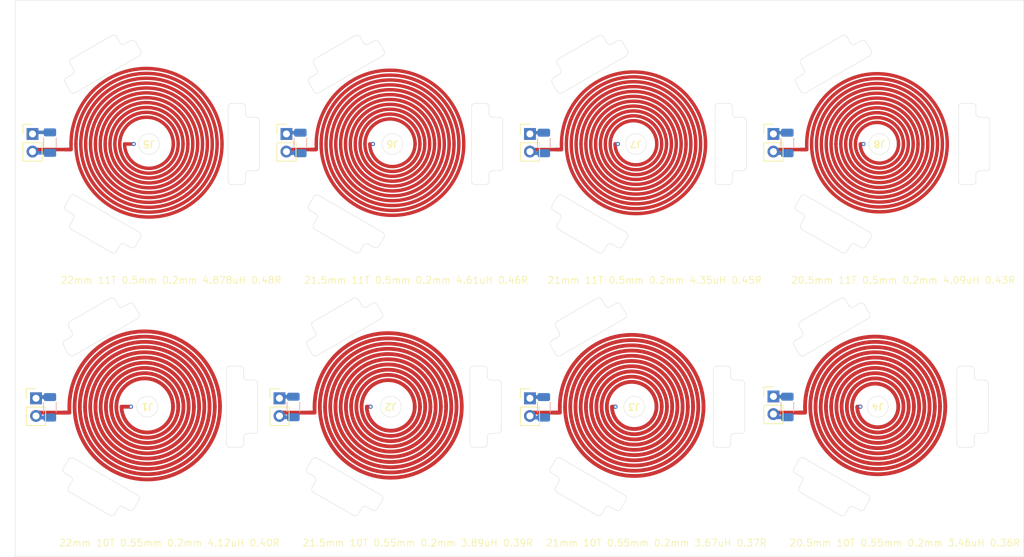
<source format=kicad_pcb>
(kicad_pcb (version 20241229) (generator "pcbnew") (generator_version "9.0")
  (layers (0 "F.Cu" signal) (4 "In1.Cu" signal) (6 "In2.Cu" signal) (2 "B.Cu" signal) (13 "F.Paste" user) (15 "B.Paste" user) (5 "F.SilkS" user "F.Silkscreen") (7 "B.SilkS" user "B.Silkscreen") (1 "F.Mask" user) (3 "B.Mask" user) (25 "Edge.Cuts" user))
  (net 0 "")
  (net 1 "Net-(J1-Pin_2)")
  (net 2 "Net-(J1-Pin_1)")
  (net 3 "Net-(J10-Pin_2)")
  (net 4 "Net-(J10-Pin_1)")
  (net 5 "Net-(J11-Pin_2)")
  (net 6 "Net-(J11-Pin_1)")
  (net 7 "Net-(J12-Pin_2)")
  (net 8 "Net-(J12-Pin_1)")
  (net 9 "Net-(J13-Pin_1)")
  (net 10 "Net-(J13-Pin_2)")
  (net 11 "Net-(J14-Pin_2)")
  (net 12 "Net-(J14-Pin_1)")
  (net 13 "Net-(J15-Pin_1)")
  (net 14 "Net-(J15-Pin_2)")
  (net 15 "Net-(J16-Pin_1)")
  (net 16 "Net-(J16-Pin_2)")
  (footprint "Connector_PinHeader_2.54mm:PinHeader_1x02_P2.54mm_Vertical" (layer "F.Cu") (at 58 129.225)
    (property "Reference" "J14" (hide yes))
    (property "Value" "Conn_01x02")
  )
  (footprint "COIL_GENERATOR" (layer "F.Cu") (at 108 168.43978 180)
    (property "Reference" "J3")
    (property "Value" "Conn_01x02_Socket")
  )
  (footprint "COIL_GENERATOR" (layer "F.Cu") (at 143 168.43978 180)
    (property "Reference" "J4")
    (property "Value" "Conn_01x02_Socket")
  )
  (footprint "Connector_PinHeader_2.54mm:PinHeader_1x02_P2.54mm_Vertical" (layer "F.Cu") (at 128 166.96)
    (property "Reference" "J12" (hide yes))
    (property "Value" "Conn_01x02")
  )
  (footprint "COIL_GENERATOR" (layer "F.Cu") (at 108.239325 130.673589 180)
    (property "Reference" "J7")
    (property "Value" "Conn_01x02_Socket")
  )
  (footprint "COIL_GENERATOR" (layer "F.Cu") (at 73.239325 130.672483 180)
    (property "Reference" "J6")
    (property "Value" "Conn_01x02_Socket")
  )
  (footprint "Connector_PinHeader_2.54mm:PinHeader_1x02_P2.54mm_Vertical" (layer "F.Cu") (at 93 129.225)
    (property "Reference" "J15" (hide yes))
    (property "Value" "Conn_01x02")
  )
  (footprint "Connector_PinHeader_2.54mm:PinHeader_1x02_P2.54mm_Vertical" (layer "F.Cu") (at 21.5 129.225)
    (property "Reference" "J13" (hide yes))
    (property "Value" "Conn_01x02")
  )
  (footprint "COIL_GENERATOR" (layer "F.Cu") (at 38 168.438674 180)
    (property "Reference" "J1")
    (property "Value" "Conn_01x02_Socket")
  )
  (footprint "COIL_GENERATOR" (layer "F.Cu") (at 143.239325 130.673589 180)
    (property "Reference" "J8")
    (property "Value" "Conn_01x02_Socket")
  )
  (footprint "Connector_PinHeader_2.54mm:PinHeader_1x02_P2.54mm_Vertical" (layer "F.Cu") (at 57 167.225)
    (property "Reference" "J10" (hide yes))
    (property "Value" "Conn_01x02")
  )
  (footprint "COIL_GENERATOR" (layer "F.Cu") (at 73 168.438674 180)
    (property "Reference" "J2")
    (property "Value" "Conn_01x02_Socket")
  )
  (footprint "COIL_GENERATOR" (layer "F.Cu") (at 38.239325 130.672483 180)
    (property "Reference" "J5")
    (property "Value" "Conn_01x02_Socket")
  )
  (footprint "Connector_PinHeader_2.54mm:PinHeader_1x02_P2.54mm_Vertical" (layer "F.Cu") (at 93 167.225)
    (property "Reference" "J11" (hide yes))
    (property "Value" "Conn_01x02")
  )
  (footprint "Connector_PinHeader_2.54mm:PinHeader_1x02_P2.54mm_Vertical" (layer "F.Cu") (at 22 167.225)
    (property "Reference" "J9" (hide yes))
    (property "Value" "Conn_01x02")
  )
  (footprint "Connector_PinHeader_2.54mm:PinHeader_1x02_P2.54mm_Vertical" (layer "F.Cu") (at 128 129.225)
    (property "Reference" "J16" (hide yes))
    (property "Value" "Conn_01x02")
  )
  (footprint "Capacitor_SMD:C_1206_3216Metric" (layer "B.Cu") (at 130 130.524999 -90)
    (property "Reference" "C8" (hide yes))
    (property "Value" "33nF 50V COG")
  )
  (footprint "Capacitor_SMD:C_1206_3216Metric" (layer "B.Cu") (at 59 168.475001 -90)
    (property "Reference" "C2" (hide yes))
    (property "Value" "33nF 50V COG")
  )
  (footprint "Capacitor_SMD:C_1206_3216Metric" (layer "B.Cu") (at 60 130.524999 -90)
    (property "Reference" "C6" (hide yes))
    (property "Value" "33nF 50V COG")
  )
  (footprint "Capacitor_SMD:C_1206_3216Metric" (layer "B.Cu") (at 24 130.475001 -90)
    (property "Reference" "C5" (hide yes))
    (property "Value" "33nF 50V COG")
  )
  (footprint "Capacitor_SMD:C_1206_3216Metric" (layer "B.Cu") (at 24 168.524999 -90)
    (property "Reference" "C1" (hide yes))
    (property "Value" "33nF 50V COG")
  )
  (footprint "Capacitor_SMD:C_1206_3216Metric" (layer "B.Cu") (at 130 168.475001 -90)
    (property "Reference" "C4" (hide yes))
    (property "Value" "33nF 50V COG")
  )
  (footprint "Capacitor_SMD:C_1206_3216Metric" (layer "B.Cu") (at 95 168.524999 -90)
    (property "Reference" "C3" (hide yes))
    (property "Value" "33nF 50V COG")
  )
  (footprint "Capacitor_SMD:C_1206_3216Metric" (layer "B.Cu") (at 95 130.524999 -90)
    (property "Reference" "C7" (hide yes))
    (property "Value" "33nF 50V COG")
  )
  (gr_line (start 105.373159 183.319563) (end 104.507272 182.819643) (stroke (width 0.05)) (layer "Edge.Cuts"))
  (gr_line (start 84.612063 136.004475) (end 84.612063 125.335983) (stroke (width 0.05)) (layer "Edge.Cuts"))
  (gr_line (start 71.802287 181.843226) (end 71.056252 183.135397) (stroke (width 0.05)) (layer "Edge.Cuts"))
  (gr_line (start 138.337232 153.035697) (end 138.833266 153.894852) (stroke (width 0.05)) (layer "Edge.Cuts"))
  (gr_line (start 26.947499 123.137122) (end 26.197595 121.838251) (stroke (width 0.05)) (layer "Edge.Cuts"))
  (gr_line (start 34.759546 116.317433) (end 35.625521 115.817463) (stroke (width 0.05)) (layer "Edge.Cuts"))
  (gr_arc (start 137.654258 152.852663) (mid 138.033636 152.802739) (end 138.337171 153.035733) (stroke (width 0.05)) (layer "Edge.Cuts"))
  (gr_arc (start 119.8727 174.278487) (mid 119.516778 174.129659) (end 119.372738 173.771772) (stroke (width 0.05)) (layer "Edge.Cuts"))
  (gr_line (start 33.576557 115.2684) (end 34.072591 116.127555) (stroke (width 0.05)) (layer "Edge.Cuts"))
  (gr_arc (start 124.112063 134.012389) (mid 123.963661 134.367861) (end 123.606558 134.512296) (stroke (width 0.05)) (layer "Edge.Cuts"))
  (gr_line (start 104.520221 154.08473) (end 105.386196 153.58476) (stroke (width 0.05)) (layer "Edge.Cuts"))
  (gr_line (start 96.380628 121.156109) (end 97.241179 120.65927) (stroke (width 0.05)) (layer "Edge.Cuts"))
  (gr_line (start 131.994049 178.481882) (end 131.128129 177.981943) (stroke (width 0.05)) (layer "Edge.Cuts"))
  (gr_line (start 121.367233 174.278487) (end 119.8727 174.278487) (stroke (width 0.05)) (layer "Edge.Cuts"))
  (gr_arc (start 61.197596 121.838251) (mid 61.147631 121.458739) (end 61.380657 121.155055) (stroke (width 0.05)) (layer "Edge.Cuts"))
  (gr_line (start 106.308604 116.001551) (end 107.058706 117.300765) (stroke (width 0.05)) (layer "Edge.Cuts"))
  (gr_arc (start 61.690288 156.872332) (mid 61.640326 156.492833) (end 61.873345 156.189161) (stroke (width 0.05)) (layer "Edge.Cuts"))
  (gr_arc (start 122.3727 164.603192) (mid 122.021647 164.459233) (end 121.872738 164.09611) (stroke (width 0.05)) (layer "Edge.Cuts"))
  (gr_line (start 97.112657 118.424053) (end 102.893583 115.086471) (stroke (width 0.05)) (layer "Edge.Cuts"))
  (gr_arc (start 87.3727 164.602086) (mid 87.021647 164.458127) (end 86.872738 164.095004) (stroke (width 0.05)) (layer "Edge.Cuts"))
  (gr_arc (start 62.099448 142.946654) (mid 61.866027 142.641272) (end 61.918268 142.260591) (stroke (width 0.05)) (layer "Edge.Cuts"))
  (gr_line (start 68.576557 115.2684) (end 69.072591 116.127555) (stroke (width 0.05)) (layer "Edge.Cuts"))
  (gr_line (start 104.759546 116.318539) (end 105.625521 115.818569) (stroke (width 0.05)) (layer "Edge.Cuts"))
  (gr_line (start 26.708174 160.903313) (end 25.95827 159.604442) (stroke (width 0.05)) (layer "Edge.Cuts"))
  (gr_arc (start 96.93437 138.233807) (mid 97.240973 138) (end 97.622785 138.053766) (stroke (width 0.05)) (layer "Edge.Cuts"))
  (gr_arc (start 87.112063 136.011283) (mid 86.963661 136.366755) (end 86.606558 136.51119) (stroke (width 0.05)) (layer "Edge.Cuts"))
  (gr_line (start 33.824088 183.001617) (end 33.324211 183.86743) (stroke (width 0.05)) (layer "Edge.Cuts"))
  (gr_line (start 51.872738 163.102086) (end 51.872738 164.095004) (stroke (width 0.05)) (layer "Edge.Cuts"))
  (gr_arc (start 61.367454 140.214646) (mid 61.13451 139.91105) (end 61.184491 139.531662) (stroke (width 0.05)) (layer "Edge.Cuts"))
  (gr_line (start 102.880369 146.285396) (end 97.099448 142.94776) (stroke (width 0.05)) (layer "Edge.Cuts"))
  (gr_line (start 69.759546 116.317433) (end 70.625521 115.817463) (stroke (width 0.05)) (layer "Edge.Cuts"))
  (gr_arc (start 97.190232 157.739369) (mid 97.240973 158.115816) (end 97.001854 158.425461) (stroke (width 0.05)) (layer "Edge.Cuts"))
  (gr_arc (start 122.112063 135.012389) (mid 122.258528 134.658792) (end 122.612125 134.512328) (stroke (width 0.05)) (layer "Edge.Cuts"))
  (gr_line (start 131.184434 139.532735) (end 131.93437 138.233807) (stroke (width 0.05)) (layer "Edge.Cuts"))
  (gr_arc (start 51.612025 124.835895) (mid 51.965574 124.982342) (end 52.112011 125.335895) (stroke (width 0.05)) (layer "Edge.Cuts"))
  (gr_arc (start 68.563536 146.101239) (mid 68.259863 146.334255) (end 67.880367 146.284293) (stroke (width 0.05)) (layer "Edge.Cuts"))
  (gr_line (start 32.880369 146.28429) (end 27.099448 142.946654) (stroke (width 0.05)) (layer "Edge.Cuts"))
  (gr_line (start 62.429557 119.972072) (end 61.929612 119.106141) (stroke (width 0.05)) (layer "Edge.Cuts"))
  (gr_arc (start 137.893583 115.086472) (mid 138.272961 115.036548) (end 138.576496 115.269542) (stroke (width 0.05)) (layer "Edge.Cuts"))
  (gr_line (start 25.945109 177.29782) (end 26.695045 175.998892) (stroke (width 0.05)) (layer "Edge.Cuts"))
  (gr_arc (start 140.386196 153.58476) (mid 140.765612 153.534809) (end 141.069218 153.767777) (stroke (width 0.05)) (layer "Edge.Cuts"))
  (gr_line (start 104.063413 145.236532) (end 103.563536 146.102345) (stroke (width 0.05)) (layer "Edge.Cuts"))
  (gr_arc (start 97.233374 140.715691) (mid 97.466383 141.019354) (end 97.416421 141.398839) (stroke (width 0.05)) (layer "Edge.Cuts"))
  (gr_arc (start 37.058705 117.299659) (mid 37.107616 117.68272) (end 36.869012 117.986284) (stroke (width 0.05)) (layer "Edge.Cuts"))
  (gr_arc (start 122.112063 136.012389) (mid 121.963661 136.367861) (end 121.606558 136.512296) (stroke (width 0.05)) (layer "Edge.Cuts"))
  (gr_line (start 124.112063 127.337001) (end 124.112063 134.012389) (stroke (width 0.05)) (layer "Edge.Cuts"))
  (gr_line (start 71.869012 117.986284) (end 62.630452 123.320169) (stroke (width 0.05)) (layer "Edge.Cuts"))
  (gr_arc (start 139.759546 116.318538) (mid 139.383911 116.369497) (end 139.072591 116.128661) (stroke (width 0.05)) (layer "Edge.Cuts"))
  (gr_arc (start 141.295577 145.370312) (mid 140.991946 145.603296) (end 140.612502 145.55334) (stroke (width 0.05)) (layer "Edge.Cuts"))
  (gr_line (start 139.759546 116.318539) (end 140.625521 115.818569) (stroke (width 0.05)) (layer "Edge.Cuts"))
  (gr_arc (start 27.391127 161.086359) (mid 27.011758 161.136277) (end 26.708241 160.903273) (stroke (width 0.05)) (layer "Edge.Cuts"))
  (gr_line (start 122.3727 164.603192) (end 123.3727 164.603192) (stroke (width 0.05)) (layer "Edge.Cuts"))
  (gr_line (start 139.063413 145.236532) (end 138.563536 146.102345) (stroke (width 0.05)) (layer "Edge.Cuts"))
  (gr_arc (start 71.862544 143.387237) (mid 72.096521 143.69464) (end 72.041612 144.077035) (stroke (width 0.05)) (layer "Edge.Cuts"))
  (gr_arc (start 131.93437 138.233807) (mid 132.240973 138) (end 132.622785 138.053766) (stroke (width 0.05)) (layer "Edge.Cuts"))
  (gr_arc (start 50.112025 136.51119) (mid 49.756103 136.362362) (end 49.612063 136.004475) (stroke (width 0.05)) (layer "Edge.Cuts"))
  (gr_line (start 138.576557 115.269506) (end 139.072591 116.128661) (stroke (width 0.05)) (layer "Edge.Cuts"))
  (gr_arc (start 84.372738 163.102174) (mid 84.522266 162.745498) (end 84.881445 162.602086) (stroke (width 0.05)) (layer "Edge.Cuts"))
  (gr_arc (start 35.625521 115.817463) (mid 36.004937 115.767512) (end 36.308543 116.00048) (stroke (width 0.05)) (layer "Edge.Cuts"))
  (gr_line (start 87.612025 126.835895) (end 88.612025 126.835895) (stroke (width 0.05)) (layer "Edge.Cuts"))
  (gr_line (start 36.069279 153.766636) (end 36.819381 155.06585) (stroke (width 0.05)) (layer "Edge.Cuts"))
  (gr_line (start 156.872738 163.103192) (end 156.872738 164.09611) (stroke (width 0.05)) (layer "Edge.Cuts"))
  (gr_line (start 36.869012 117.986284) (end 27.630452 123.320169) (stroke (width 0.05)) (layer "Edge.Cuts"))
  (gr_arc (start 106.056252 183.136503) (mid 105.752621 183.369487) (end 105.373177 183.319531) (stroke (width 0.05)) (layer "Edge.Cuts"))
  (gr_arc (start 96.690288 156.873438) (mid 96.640326 156.493939) (end 96.873345 156.190267) (stroke (width 0.05)) (layer "Edge.Cuts"))
  (gr_line (start 131.708174 160.904419) (end 130.95827 159.605548) (stroke (width 0.05)) (layer "Edge.Cuts"))
  (gr_line (start 156.872738 172.77858) (end 156.872738 173.77858) (stroke (width 0.05)) (layer "Edge.Cuts"))
  (gr_line (start 26.918268 142.260591) (end 27.416435 141.39774) (stroke (width 0.05)) (layer "Edge.Cuts"))
  (gr_arc (start 89.112063 134.011283) (mid 88.963661 134.366755) (end 88.606558 134.51119) (stroke (width 0.05)) (layer "Edge.Cuts"))
  (gr_line (start 130.945109 177.298926) (end 131.695045 175.999998) (stroke (width 0.05)) (layer "Edge.Cuts"))
  (gr_arc (start 27.233374 140.714585) (mid 27.466383 141.018248) (end 27.416421 141.397733) (stroke (width 0.05)) (layer "Edge.Cuts"))
  (gr_arc (start 61.994049 178.480776) (mid 62.227058 178.784439) (end 62.177096 179.163924) (stroke (width 0.05)) (layer "Edge.Cuts"))
  (gr_arc (start 131.690288 156.873438) (mid 131.640326 156.493939) (end 131.873345 156.190267) (stroke (width 0.05)) (layer "Edge.Cuts"))
  (gr_line (start 154.881445 162.603192) (end 156.3727 162.603192) (stroke (width 0.05)) (layer "Edge.Cuts"))
  (gr_arc (start 49.612063 125.335983) (mid 49.761591 124.979307) (end 50.12077 124.835895) (stroke (width 0.05)) (layer "Edge.Cuts"))
  (gr_arc (start 88.872738 171.777474) (mid 88.724336 172.132946) (end 88.367233 172.277381) (stroke (width 0.05)) (layer "Edge.Cuts"))
  (gr_arc (start 86.3727 162.602086) (mid 86.726249 162.748533) (end 86.872686 163.102086) (stroke (width 0.05)) (layer "Edge.Cuts"))
  (gr_line (start 154.612063 136.005581) (end 154.612063 125.337089) (stroke (width 0.05)) (layer "Edge.Cuts"))
  (gr_line (start 96.873332 156.190244) (end 102.654258 152.852662) (stroke (width 0.05)) (layer "Edge.Cuts"))
  (gr_arc (start 53.3727 164.602086) (mid 53.726249 164.748533) (end 53.872686 165.102086) (stroke (width 0.05)) (layer "Edge.Cuts"))
  (gr_line (start 158.606558 134.512296) (end 157.612125 134.512296) (stroke (width 0.05)) (layer "Edge.Cuts"))
  (gr_arc (start 96.128129 177.981943) (mid 95.895185 177.678347) (end 95.945166 177.298959) (stroke (width 0.05)) (layer "Edge.Cuts"))
  (gr_arc (start 130.958271 159.605548) (mid 130.908306 159.226036) (end 131.141332 158.922352) (stroke (width 0.05)) (layer "Edge.Cuts"))
  (gr_arc (start 106.623219 181.154534) (mid 106.857196 181.461937) (end 106.802287 181.844332) (stroke (width 0.05)) (layer "Edge.Cuts"))
  (gr_arc (start 120.112025 136.512296) (mid 119.756103 136.363468) (end 119.612063 136.005581) (stroke (width 0.05)) (layer "Edge.Cuts"))
  (gr_line (start 68.337232 153.034591) (end 68.833266 153.893746) (stroke (width 0.05)) (layer "Edge.Cuts"))
  (gr_arc (start 54.112063 134.011283) (mid 53.963661 134.366755) (end 53.606558 134.51119) (stroke (width 0.05)) (layer "Edge.Cuts"))
  (gr_arc (start 71.056252 183.135397) (mid 70.752621 183.368381) (end 70.373177 183.318425) (stroke (width 0.05)) (layer "Edge.Cuts"))
  (gr_line (start 61.141303 158.921194) (end 62.001854 158.424355) (stroke (width 0.05)) (layer "Edge.Cuts"))
  (gr_arc (start 34.520221 154.083623) (mid 34.144586 154.134582) (end 33.833266 153.893746) (stroke (width 0.05)) (layer "Edge.Cuts"))
  (gr_arc (start 87.112063 135.011283) (mid 87.258528 134.657686) (end 87.612125 134.511222) (stroke (width 0.05)) (layer "Edge.Cuts"))
  (gr_line (start 61.947499 123.137122) (end 61.197595 121.838251) (stroke (width 0.05)) (layer "Edge.Cuts"))
  (gr_line (start 26.873332 156.189138) (end 32.654258 152.851556) (stroke (width 0.05)) (layer "Edge.Cuts"))
  (gr_arc (start 51.3727 162.602086) (mid 51.726249 162.748533) (end 51.872686 163.102086) (stroke (width 0.05)) (layer "Edge.Cuts"))
  (gr_line (start 97.622785 138.053766) (end 106.862544 143.388343) (stroke (width 0.05)) (layer "Edge.Cuts"))
  (gr_line (start 62.190232 157.738263) (end 61.690287 156.872332) (stroke (width 0.05)) (layer "Edge.Cuts"))
  (gr_arc (start 141.056252 183.136503) (mid 140.752621 183.369487) (end 140.373177 183.319531) (stroke (width 0.05)) (layer "Edge.Cuts"))
  (gr_line (start 140.612484 145.553372) (end 139.746597 145.053452) (stroke (width 0.05)) (layer "Edge.Cuts"))
  (gr_arc (start 62.630452 123.320168) (mid 62.251083 123.370086) (end 61.947566 123.137082) (stroke (width 0.05)) (layer "Edge.Cuts"))
  (gr_arc (start 103.824088 183.002723) (mid 104.127761 182.769707) (end 104.507256 182.81967) (stroke (width 0.05)) (layer "Edge.Cuts"))
  (gr_arc (start 25.958271 159.604442) (mid 25.908306 159.22493) (end 26.141332 158.921246) (stroke (width 0.05)) (layer "Edge.Cuts"))
  (gr_line (start 131.141303 158.9223) (end 132.001854 158.425461) (stroke (width 0.05)) (layer "Edge.Cuts"))
  (gr_line (start 96.678943 180.027888) (end 97.17711 179.165037) (stroke (width 0.05)) (layer "Edge.Cuts"))
  (gr_line (start 122.612025 126.837001) (end 123.612025 126.837001) (stroke (width 0.05)) (layer "Edge.Cuts"))
  (gr_line (start 71.069279 153.766636) (end 71.819381 155.06585) (stroke (width 0.05)) (layer "Edge.Cuts"))
  (gr_arc (start 138.824088 183.002723) (mid 139.127761 182.769707) (end 139.507256 182.81967) (stroke (width 0.05)) (layer "Edge.Cuts"))
  (gr_line (start 131.873332 156.190244) (end 137.654258 152.852662) (stroke (width 0.05)) (layer "Edge.Cuts"))
  (gr_line (start 51.367233 174.277381) (end 49.8727 174.277381) (stroke (width 0.05)) (layer "Edge.Cuts"))
  (gr_arc (start 97.099448 142.94776) (mid 96.866027 142.642378) (end 96.918268 142.261697) (stroke (width 0.05)) (layer "Edge.Cuts"))
  (gr_line (start 27.190232 157.738263) (end 26.690287 156.872332) (stroke (width 0.05)) (layer "Edge.Cuts"))
  (gr_line (start 62.233374 140.714585) (end 61.367454 140.214646) (stroke (width 0.05)) (layer "Edge.Cuts"))
  (gr_arc (start 61.695045 175.998892) (mid 62.001648 175.765085) (end 62.38346 175.818851) (stroke (width 0.05)) (layer "Edge.Cuts"))
  (gr_line (start 54.112063 127.335895) (end 54.112063 134.011283) (stroke (width 0.05)) (layer "Edge.Cuts"))
  (gr_line (start 105.612484 145.553372) (end 104.746597 145.053452) (stroke (width 0.05)) (layer "Edge.Cuts"))
  (gr_arc (start 72.058705 117.299659) (mid 72.107616 117.68272) (end 71.869012 117.986284) (stroke (width 0.05)) (layer "Edge.Cuts"))
  (gr_circle (center 38.239325 130.672483) (end 36.739325 130.672483) (stroke (width 0.05)) (fill no) (layer "Edge.Cuts"))
  (gr_arc (start 141.81938 155.066956) (mid 141.868291 155.450017) (end 141.629687 155.753581) (stroke (width 0.05)) (layer "Edge.Cuts"))
  (gr_arc (start 61.860123 180.712845) (mid 61.626702 180.407463) (end 61.678943 180.026782) (stroke (width 0.05)) (layer "Edge.Cuts"))
  (gr_arc (start 131.994049 178.481882) (mid 132.227058 178.785545) (end 132.177096 179.16503) (stroke (width 0.05)) (layer "Edge.Cuts"))
  (gr_arc (start 49.372738 163.102174) (mid 49.522266 162.745498) (end 49.881445 162.602086) (stroke (width 0.05)) (layer "Edge.Cuts"))
  (gr_arc (start 122.612025 126.837001) (mid 122.260972 126.693042) (end 122.112063 126.329919) (stroke (width 0.05)) (layer "Edge.Cuts"))
  (gr_circle (center 108.239325 130.673589) (end 106.739325 130.673589) (stroke (width 0.05)) (fill no) (layer "Edge.Cuts"))
  (gr_arc (start 158.612025 126.837001) (mid 158.965574 126.983448) (end 159.112011 127.337001) (stroke (width 0.05)) (layer "Edge.Cuts"))
  (gr_line (start 132.112657 118.424053) (end 137.893583 115.086471) (stroke (width 0.05)) (layer "Edge.Cuts"))
  (gr_arc (start 71.295577 145.369206) (mid 70.991946 145.60219) (end 70.612502 145.552234) (stroke (width 0.05)) (layer "Edge.Cuts"))
  (gr_line (start 97.190232 157.739369) (end 96.690287 156.873438) (stroke (width 0.05)) (layer "Edge.Cuts"))
  (gr_line (start 35.612484 145.552266) (end 34.746597 145.052346) (stroke (width 0.05)) (layer "Edge.Cuts"))
  (gr_arc (start 158.3727 164.603192) (mid 158.726249 164.749639) (end 158.872686 165.103192) (stroke (width 0.05)) (layer "Edge.Cuts"))
  (gr_arc (start 51.872738 173.777474) (mid 51.724336 174.132946) (end 51.367233 174.277381) (stroke (width 0.05)) (layer "Edge.Cuts"))
  (gr_circle (center 143.239325 130.673589) (end 141.739325 130.673589) (stroke (width 0.05)) (fill no) (layer "Edge.Cuts"))
  (gr_line (start 36.308604 116.000445) (end 37.058706 117.299659) (stroke (width 0.05)) (layer "Edge.Cuts"))
  (gr_line (start 123.872738 165.103192) (end 123.872738 171.77858) (stroke (width 0.05)) (layer "Edge.Cuts"))
  (gr_line (start 50.12077 124.835895) (end 51.612025 124.835895) (stroke (width 0.05)) (layer "Edge.Cuts"))
  (gr_arc (start 121.3727 162.603192) (mid 121.726249 162.749639) (end 121.872686 163.103192) (stroke (width 0.05)) (layer "Edge.Cuts"))
  (gr_line (start 61.380628 121.155003) (end 62.241179 120.658164) (stroke (width 0.05)) (layer "Edge.Cuts"))
  (gr_arc (start 97.630452 123.321274) (mid 97.251083 123.371192) (end 96.947566 123.138188) (stroke (width 0.05)) (layer "Edge.Cuts"))
  (gr_line (start 159.112063 127.337001) (end 159.112063 134.012389) (stroke (width 0.05)) (layer "Edge.Cuts"))
  (gr_line (start 131.947499 123.138228) (end 131.197595 121.839357) (stroke (width 0.05)) (layer "Edge.Cuts"))
  (gr_line (start 53.606558 134.51119) (end 52.612125 134.51119) (stroke (width 0.05)) (layer "Edge.Cuts"))
  (gr_arc (start 68.824088 183.001617) (mid 69.127761 182.768601) (end 69.507256 182.818564) (stroke (width 0.05)) (layer "Edge.Cuts"))
  (gr_arc (start 97.391127 161.087465) (mid 97.011758 161.137383) (end 96.708241 160.904379) (stroke (width 0.05)) (layer "Edge.Cuts"))
  (gr_arc (start 131.197596 121.839357) (mid 131.147631 121.459845) (end 131.380657 121.156161) (stroke (width 0.05)) (layer "Edge.Cuts"))
  (gr_arc (start 62.190232 157.738263) (mid 62.240973 158.11471) (end 62.001854 158.424355) (stroke (width 0.05)) (layer "Edge.Cuts"))
  (gr_arc (start 26.690288 156.872332) (mid 26.640326 156.492833) (end 26.873345 156.189161) (stroke (width 0.05)) (layer "Edge.Cuts"))
  (gr_arc (start 86.872738 172.777474) (mid 87.019203 172.423877) (end 87.3728 172.277413) (stroke (width 0.05)) (layer "Edge.Cuts"))
  (gr_line (start 26.994049 178.480776) (end 26.128129 177.980837) (stroke (width 0.05)) (layer "Edge.Cuts"))
  (gr_arc (start 84.612063 125.335983) (mid 84.761591 124.979307) (end 85.12077 124.835895) (stroke (width 0.05)) (layer "Edge.Cuts"))
  (gr_line (start 132.429557 119.973178) (end 131.929612 119.107247) (stroke (width 0.05)) (layer "Edge.Cuts"))
  (gr_line (start 138.824088 183.002723) (end 138.324211 183.868536) (stroke (width 0.05)) (layer "Edge.Cuts"))
  (gr_arc (start 27.190232 157.738263) (mid 27.240973 158.11471) (end 27.001854 158.424355) (stroke (width 0.05)) (layer "Edge.Cuts"))
  (gr_line (start 26.184434 139.531629) (end 26.93437 138.232701) (stroke (width 0.05)) (layer "Edge.Cuts"))
  (gr_arc (start 106.862544 143.388343) (mid 107.096521 143.695746) (end 107.041612 144.078141) (stroke (width 0.05)) (layer "Edge.Cuts"))
  (gr_line (start 52.612025 126.835895) (end 53.612025 126.835895) (stroke (width 0.05)) (layer "Edge.Cuts"))
  (gr_arc (start 119.612063 125.337089) (mid 119.761591 124.980413) (end 120.12077 124.837001) (stroke (width 0.05)) (layer "Edge.Cuts"))
  (gr_line (start 96.141303 158.9223) (end 97.001854 158.425461) (stroke (width 0.05)) (layer "Edge.Cuts"))
  (gr_line (start 85.12077 124.835895) (end 86.612025 124.835895) (stroke (width 0.05)) (layer "Edge.Cuts"))
  (gr_arc (start 26.929613 119.106141) (mid 26.879651 118.726642) (end 27.11267 118.42297) (stroke (width 0.05)) (layer "Edge.Cuts"))
  (gr_line (start 62.622785 138.05266) (end 71.862544 143.387237) (stroke (width 0.05)) (layer "Edge.Cuts"))
  (gr_line (start 27.38346 175.818851) (end 36.623219 181.153428) (stroke (width 0.05)) (layer "Edge.Cuts"))
  (gr_arc (start 157.3727 164.603192) (mid 157.021647 164.459233) (end 156.872738 164.09611) (stroke (width 0.05)) (layer "Edge.Cuts"))
  (gr_arc (start 132.099448 142.94776) (mid 131.866027 142.642378) (end 131.918268 142.261697) (stroke (width 0.05)) (layer "Edge.Cuts"))
  (gr_arc (start 96.860123 180.713951) (mid 96.626702 180.408569) (end 96.678943 180.027888) (stroke (width 0.05)) (layer "Edge.Cuts"))
  (gr_arc (start 36.295577 145.369206) (mid 35.991946 145.60219) (end 35.612502 145.552234) (stroke (width 0.05)) (layer "Edge.Cuts"))
  (gr_line (start 97.429557 119.973178) (end 96.929612 119.107247) (stroke (width 0.05)) (layer "Edge.Cuts"))
  (gr_line (start 122.112063 135.012389) (end 122.112063 136.012389) (stroke (width 0.05)) (layer "Edge.Cuts"))
  (gr_line (start 36.802287 181.843226) (end 36.056252 183.135397) (stroke (width 0.05)) (layer "Edge.Cuts"))
  (gr_line (start 26.141303 158.921194) (end 27.001854 158.424355) (stroke (width 0.05)) (layer "Edge.Cuts"))
  (gr_line (start 132.38346 175.819957) (end 141.623219 181.154534) (stroke (width 0.05)) (layer "Edge.Cuts"))
  (gr_arc (start 103.324211 183.868536) (mid 103.020538 184.101552) (end 102.641042 184.05159) (stroke (width 0.05)) (layer "Edge.Cuts"))
  (gr_line (start 119.612063 136.005581) (end 119.612063 125.337089) (stroke (width 0.05)) (layer "Edge.Cuts"))
  (gr_arc (start 96.197596 121.839357) (mid 96.147631 121.459845) (end 96.380657 121.156161) (stroke (width 0.05)) (layer "Edge.Cuts"))
  (gr_arc (start 140.625521 115.818569) (mid 141.004937 115.768618) (end 141.308543 116.001586) (stroke (width 0.05)) (layer "Edge.Cuts"))
  (gr_arc (start 96.929613 119.107247) (mid 96.879651 118.727748) (end 97.11267 118.424076) (stroke (width 0.05)) (layer "Edge.Cuts"))
  (gr_line (start 36.629687 155.752475) (end 27.391127 161.08636) (stroke (width 0.05)) (layer "Edge.Cuts"))
  (gr_line (start 141.629687 155.753581) (end 132.391127 161.087466) (stroke (width 0.05)) (layer "Edge.Cuts"))
  (gr_line (start 84.881445 162.602086) (end 86.3727 162.602086) (stroke (width 0.05)) (layer "Edge.Cuts"))
  (gr_arc (start 84.8727 174.277381) (mid 84.516778 174.128553) (end 84.372738 173.770666) (stroke (width 0.05)) (layer "Edge.Cuts"))
  (gr_arc (start 32.654258 152.851557) (mid 33.033636 152.801633) (end 33.337171 153.034627) (stroke (width 0.05)) (layer "Edge.Cuts"))
  (gr_arc (start 156.612025 124.837001) (mid 156.965574 124.983448) (end 157.112011 125.337001) (stroke (width 0.05)) (layer "Edge.Cuts"))
  (gr_line (start 157.3727 164.603192) (end 158.3727 164.603192) (stroke (width 0.05)) (layer "Edge.Cuts"))
  (gr_arc (start 33.324211 183.86743) (mid 33.020538 184.100446) (end 32.641042 184.050484) (stroke (width 0.05)) (layer "Edge.Cuts"))
  (gr_arc (start 131.860123 180.713951) (mid 131.626702 180.408569) (end 131.678943 180.027888) (stroke (width 0.05)) (layer "Edge.Cuts"))
  (gr_arc (start 88.3727 164.602086) (mid 88.726249 164.748533) (end 88.872686 165.102086) (stroke (width 0.05)) (layer "Edge.Cuts"))
  (gr_line (start 139.520221 154.08473) (end 140.386196 153.58476) (stroke (width 0.05)) (layer "Edge.Cuts"))
  (gr_arc (start 119.372738 163.10328) (mid 119.522266 162.746604) (end 119.881445 162.603192) (stroke (width 0.05)) (layer "Edge.Cuts"))
  (gr_line (start 89.112063 127.335895) (end 89.112063 134.011283) (stroke (width 0.05)) (layer "Edge.Cuts"))
  (gr_arc (start 102.654258 152.852663) (mid 103.033636 152.802739) (end 103.337171 153.035733) (stroke (width 0.05)) (layer "Edge.Cuts"))
  (gr_line (start 103.576557 115.269506) (end 104.072591 116.128661) (stroke (width 0.05)) (layer "Edge.Cuts"))
  (gr_arc (start 97.429557 119.973178) (mid 97.480298 120.349625) (end 97.241179 120.65927) (stroke (width 0.05)) (layer "Edge.Cuts"))
  (gr_arc (start 86.872738 173.777474) (mid 86.724336 174.132946) (end 86.367233 174.277381) (stroke (width 0.05)) (layer "Edge.Cuts"))
  (gr_arc (start 27.429557 119.972072) (mid 27.480298 120.348519) (end 27.241179 120.658164) (stroke (width 0.05)) (layer "Edge.Cuts"))
  (gr_arc (start 132.429557 119.973178) (mid 132.480298 120.349625) (end 132.241179 120.65927) (stroke (width 0.05)) (layer "Edge.Cuts"))
  (gr_arc (start 107.058705 117.300765) (mid 107.107616 117.683826) (end 106.869012 117.98739) (stroke (width 0.05)) (layer "Edge.Cuts"))
  (gr_line (start 51.872738 172.777474) (end 51.872738 173.777474) (stroke (width 0.05)) (layer "Edge.Cuts"))
  (gr_arc (start 155.112025 136.512296) (mid 154.756103 136.363468) (end 154.612063 136.005581) (stroke (width 0.05)) (layer "Edge.Cuts"))
  (gr_arc (start 141.862544 143.388343) (mid 142.096521 143.695746) (end 142.041612 144.078141) (stroke (width 0.05)) (layer "Edge.Cuts"))
  (gr_arc (start 105.625521 115.818569) (mid 106.004937 115.768618) (end 106.308543 116.001586) (stroke (width 0.05)) (layer "Edge.Cuts"))
  (gr_line (start 121.872738 163.103192) (end 121.872738 164.09611) (stroke (width 0.05)) (layer "Edge.Cuts"))
  (gr_line (start 96.184434 139.532735) (end 96.93437 138.233807) (stroke (width 0.05)) (layer "Edge.Cuts"))
  (gr_arc (start 96.994049 178.481882) (mid 97.227058 178.785545) (end 97.177096 179.16503) (stroke (width 0.05)) (layer "Edge.Cuts"))
  (gr_arc (start 158.872738 171.77858) (mid 158.724336 172.134052) (end 158.367233 172.278487) (stroke (width 0.05)) (layer "Edge.Cuts"))
  (gr_line (start 34.520221 154.083624) (end 35.386196 153.583654) (stroke (width 0.05)) (layer "Edge.Cuts"))
  (gr_line (start 140.373159 183.319563) (end 139.507272 182.819643) (stroke (width 0.05)) (layer "Edge.Cuts"))
  (gr_arc (start 27.630452 123.320168) (mid 27.251083 123.370086) (end 26.947566 123.137082) (stroke (width 0.05)) (layer "Edge.Cuts"))
  (gr_arc (start 141.623219 181.154534) (mid 141.857196 181.461937) (end 141.802287 181.844332) (stroke (width 0.05)) (layer "Edge.Cuts"))
  (gr_arc (start 52.3727 164.602086) (mid 52.021647 164.458127) (end 51.872738 164.095004) (stroke (width 0.05)) (layer "Edge.Cuts"))
  (gr_line (start 157.112063 125.337001) (end 157.112063 126.329919) (stroke (width 0.05)) (layer "Edge.Cuts"))
  (gr_line (start 103.824088 183.002723) (end 103.324211 183.868536) (stroke (width 0.05)) (layer "Edge.Cuts"))
  (gr_arc (start 123.612025 126.837001) (mid 123.965574 126.983448) (end 124.112011 127.337001) (stroke (width 0.05)) (layer "Edge.Cuts"))
  (gr_line (start 71.629687 155.752475) (end 62.391127 161.08636) (stroke (width 0.05)) (layer "Edge.Cuts"))
  (gr_line (start 69.063413 145.235426) (end 68.563536 146.101239) (stroke (width 0.05)) (layer "Edge.Cuts"))
  (gr_arc (start 104.520221 154.084729) (mid 104.144586 154.135688) (end 103.833266 153.894852) (stroke (width 0.05)) (layer "Edge.Cuts"))
  (gr_arc (start 61.93437 138.232701) (mid 62.240973 137.998894) (end 62.622785 138.05266) (stroke (width 0.05)) (layer "Edge.Cuts"))
  (gr_line (start 49.612063 136.004475) (end 49.612063 125.335983) (stroke (width 0.05)) (layer "Edge.Cuts"))
  (gr_line (start 155.12077 124.837001) (end 156.612025 124.837001) (stroke (width 0.05)) (layer "Edge.Cuts"))
  (gr_line (start 27.622785 138.05266) (end 36.862544 143.387237) (stroke (width 0.05)) (layer "Edge.Cuts"))
  (gr_line (start 107.041612 144.078141) (end 106.295577 145.370312) (stroke (width 0.05)) (layer "Edge.Cuts"))
  (gr_arc (start 156.872738 173.77858) (mid 156.724336 174.134052) (end 156.367233 174.278487) (stroke (width 0.05)) (layer "Edge.Cuts"))
  (gr_line (start 49.881445 162.602086) (end 51.3727 162.602086) (stroke (width 0.05)) (layer "Edge.Cuts"))
  (gr_line (start 154.372738 173.771772) (end 154.372738 163.10328) (stroke (width 0.05)) (layer "Edge.Cuts"))
  (gr_arc (start 85.112025 136.51119) (mid 84.756103 136.362362) (end 84.612063 136.004475) (stroke (width 0.05)) (layer "Edge.Cuts"))
  (gr_line (start 132.190232 157.739369) (end 131.690287 156.873438) (stroke (width 0.05)) (layer "Edge.Cuts"))
  (gr_arc (start 154.612063 125.337089) (mid 154.761591 124.980413) (end 155.12077 124.837001) (stroke (width 0.05)) (layer "Edge.Cuts"))
  (gr_line (start 87.112063 125.335895) (end 87.112063 126.328813) (stroke (width 0.05)) (layer "Edge.Cuts"))
  (gr_arc (start 104.063413 145.236532) (mid 104.367086 145.003516) (end 104.746581 145.053479) (stroke (width 0.05)) (layer "Edge.Cuts"))
  (gr_line (start 52.3727 164.602086) (end 53.3727 164.602086) (stroke (width 0.05)) (layer "Edge.Cuts"))
  (gr_line (start 32.641044 184.050481) (end 26.860123 180.712845) (stroke (width 0.05)) (layer "Edge.Cuts"))
  (gr_line (start 61.708174 160.903313) (end 60.95827 159.604442) (stroke (width 0.05)) (layer "Edge.Cuts"))
  (gr_arc (start 154.372738 163.10328) (mid 154.522266 162.746604) (end 154.881445 162.603192) (stroke (width 0.05)) (layer "Edge.Cuts"))
  (gr_arc (start 95.958271 159.605548) (mid 95.908306 159.226036) (end 96.141332 158.922352) (stroke (width 0.05)) (layer "Edge.Cuts"))
  (gr_line (start 96.708174 160.904419) (end 95.95827 159.605548) (stroke (width 0.05)) (layer "Edge.Cuts"))
  (gr_arc (start 132.190232 157.739369) (mid 132.240973 158.115816) (end 132.001854 158.425461) (stroke (width 0.05)) (layer "Edge.Cuts"))
  (gr_circle (center 38 168.438674) (end 36.5 168.438674) (stroke (width 0.05)) (fill no) (layer "Edge.Cuts"))
  (gr_arc (start 131.695045 175.999998) (mid 132.001648 175.766191) (end 132.38346 175.819957) (stroke (width 0.05)) (layer "Edge.Cuts"))
  (gr_arc (start 36.056252 183.135397) (mid 35.752621 183.368381) (end 35.373177 183.318425) (stroke (width 0.05)) (layer "Edge.Cuts"))
  (gr_line (start 86.872738 163.102086) (end 86.872738 164.095004) (stroke (width 0.05)) (layer "Edge.Cuts"))
  (gr_arc (start 121.612025 124.837001) (mid 121.965574 124.983448) (end 122.112011 125.337001) (stroke (width 0.05)) (layer "Edge.Cuts"))
  (gr_line (start 131.678943 180.027888) (end 132.17711 179.165037) (stroke (width 0.05)) (layer "Edge.Cuts"))
  (gr_line (start 96.994049 178.481882) (end 96.128129 177.981943) (stroke (width 0.05)) (layer "Edge.Cuts"))
  (gr_line (start 87.3727 164.602086) (end 88.3727 164.602086) (stroke (width 0.05)) (layer "Edge.Cuts"))
  (gr_arc (start 123.3727 164.603192) (mid 123.726249 164.749639) (end 123.872686 165.103192) (stroke (width 0.05)) (layer "Edge.Cuts"))
  (gr_arc (start 88.612025 126.835895) (mid 88.965574 126.982342) (end 89.112011 127.335895) (stroke (width 0.05)) (layer "Edge.Cuts"))
  (gr_circle (center 73 168.438674) (end 71.5 168.438674) (stroke (width 0.05)) (fill no) (layer "Edge.Cuts"))
  (gr_line (start 106.869012 117.98739) (end 97.630452 123.321275) (stroke (width 0.05)) (layer "Edge.Cuts"))
  (gr_arc (start 70.386196 153.583654) (mid 70.765612 153.533703) (end 71.069218 153.766671) (stroke (width 0.05)) (layer "Edge.Cuts"))
  (gr_arc (start 26.93437 138.232701) (mid 27.240973 137.998894) (end 27.622785 138.05266) (stroke (width 0.05)) (layer "Edge.Cuts"))
  (gr_arc (start 121.872738 173.77858) (mid 121.724336 174.134052) (end 121.367233 174.278487) (stroke (width 0.05)) (layer "Edge.Cuts"))
  (gr_line (start 86.367233 174.277381) (end 84.8727 174.277381) (stroke (width 0.05)) (layer "Edge.Cuts"))
  (gr_line (start 96.947499 123.138228) (end 96.197595 121.839357) (stroke (width 0.05)) (layer "Edge.Cuts"))
  (gr_arc (start 26.860123 180.712845) (mid 26.626702 180.407463) (end 26.678943 180.026782) (stroke (width 0.05)) (layer "Edge.Cuts"))
  (gr_arc (start 106.81938 155.066956) (mid 106.868291 155.450017) (end 106.629687 155.753581) (stroke (width 0.05)) (layer "Edge.Cuts"))
  (gr_arc (start 62.233374 140.714585) (mid 62.466383 141.018248) (end 62.416421 141.397733) (stroke (width 0.05)) (layer "Edge.Cuts"))
  (gr_line (start 70.612484 145.552266) (end 69.746597 145.052346) (stroke (width 0.05)) (layer "Edge.Cuts"))
  (gr_line (start 27.429557 119.972072) (end 26.929612 119.106141) (stroke (width 0.05)) (layer "Edge.Cuts"))
  (gr_arc (start 87.612025 126.835895) (mid 87.260972 126.691936) (end 87.112063 126.328813) (stroke (width 0.05)) (layer "Edge.Cuts"))
  (gr_arc (start 131.929613 119.107247) (mid 131.879651 118.727748) (end 132.11267 118.424076) (stroke (width 0.05)) (layer "Edge.Cuts"))
  (gr_line (start 34.063413 145.235426) (end 33.563536 146.101239) (stroke (width 0.05)) (layer "Edge.Cuts"))
  (gr_arc (start 61.128129 177.980837) (mid 60.895185 177.677241) (end 60.945166 177.297853) (stroke (width 0.05)) (layer "Edge.Cuts"))
  (gr_line (start 53.872738 165.102086) (end 53.872738 171.777474) (stroke (width 0.05)) (layer "Edge.Cuts"))
  (gr_line (start 121.872738 172.77858) (end 121.872738 173.77858) (stroke (width 0.05)) (layer "Edge.Cuts"))
  (gr_line (start 141.802287 181.844332) (end 141.056252 183.136503) (stroke (width 0.05)) (layer "Edge.Cuts"))
  (gr_line (start 102.641044 184.051587) (end 96.860123 180.713951) (stroke (width 0.05)) (layer "Edge.Cuts"))
  (gr_line (start 27.233374 140.714585) (end 26.367454 140.214646) (stroke (width 0.05)) (layer "Edge.Cuts"))
  (gr_line (start 156.367233 174.278487) (end 154.8727 174.278487) (stroke (width 0.05)) (layer "Edge.Cuts"))
  (gr_line (start 142.041612 144.078141) (end 141.295577 145.370312) (stroke (width 0.05)) (layer "Edge.Cuts"))
  (gr_line (start 131.918268 142.261697) (end 132.416435 141.398846) (stroke (width 0.05)) (layer "Edge.Cuts"))
  (gr_line (start 60.945109 177.29782) (end 61.695045 175.998892) (stroke (width 0.05)) (layer "Edge.Cuts"))
  (gr_line (start 86.872738 172.777474) (end 86.872738 173.777474) (stroke (width 0.05)) (layer "Edge.Cuts"))
  (gr_line (start 70.373159 183.318457) (end 69.507272 182.818537) (stroke (width 0.05)) (layer "Edge.Cuts"))
  (gr_line (start 27.112657 118.422947) (end 32.893583 115.085365) (stroke (width 0.05)) (layer "Edge.Cuts"))
  (gr_arc (start 105.386196 153.58476) (mid 105.765612 153.534809) (end 106.069218 153.767777) (stroke (width 0.05)) (layer "Edge.Cuts"))
  (gr_line (start 158.367233 172.278487) (end 157.3728 172.278487) (stroke (width 0.05)) (layer "Edge.Cuts"))
  (gr_arc (start 26.128129 177.980837) (mid 25.895185 177.677241) (end 25.945166 177.297853) (stroke (width 0.05)) (layer "Edge.Cuts"))
  (gr_line (start 88.872738 165.102086) (end 88.872738 171.777474) (stroke (width 0.05)) (layer "Edge.Cuts"))
  (gr_line (start 37.041612 144.077035) (end 36.295577 145.369206) (stroke (width 0.05)) (layer "Edge.Cuts"))
  (gr_arc (start 36.862544 143.387237) (mid 37.096521 143.69464) (end 37.041612 144.077035) (stroke (width 0.05)) (layer "Edge.Cuts"))
  (gr_line (start 61.184434 139.531629) (end 61.93437 138.232701) (stroke (width 0.05)) (layer "Edge.Cuts"))
  (gr_line (start 61.918268 142.260591) (end 62.416435 141.39774) (stroke (width 0.05)) (layer "Edge.Cuts"))
  (gr_line (start 141.069279 153.767742) (end 141.819381 155.066956) (stroke (width 0.05)) (layer "Edge.Cuts"))
  (gr_arc (start 138.563536 146.102345) (mid 138.259863 146.335361) (end 137.880367 146.285399) (stroke (width 0.05)) (layer "Edge.Cuts"))
  (gr_arc (start 138.324211 183.868536) (mid 138.020538 184.101552) (end 137.641042 184.05159) (stroke (width 0.05)) (layer "Edge.Cuts"))
  (gr_line (start 132.622785 138.053766) (end 141.862544 143.388343) (stroke (width 0.05)) (layer "Edge.Cuts"))
  (gr_line (start 157.612025 126.837001) (end 158.612025 126.837001) (stroke (width 0.05)) (layer "Edge.Cuts"))
  (gr_line (start 62.112657 118.422947) (end 67.893583 115.085365) (stroke (width 0.05)) (layer "Edge.Cuts"))
  (gr_arc (start 139.520221 154.084729) (mid 139.144586 154.135688) (end 138.833266 153.894852) (stroke (width 0.05)) (layer "Edge.Cuts"))
  (gr_line (start 137.880369 146.285396) (end 132.099448 142.94776) (stroke (width 0.05)) (layer "Edge.Cuts"))
  (gr_line (start 132.233374 140.715691) (end 131.367454 140.215752) (stroke (width 0.05)) (layer "Edge.Cuts"))
  (gr_line (start 141.308604 116.001551) (end 142.058706 117.300765) (stroke (width 0.05)) (layer "Edge.Cuts"))
  (gr_arc (start 26.197596 121.838251) (mid 26.147631 121.458739) (end 26.380657 121.155055) (stroke (width 0.05)) (layer "Edge.Cuts"))
  (gr_line (start 157.112063 135.012389) (end 157.112063 136.012389) (stroke (width 0.05)) (layer "Edge.Cuts"))
  (gr_line (start 97.233374 140.715691) (end 96.367454 140.215752) (stroke (width 0.05)) (layer "Edge.Cuts"))
  (gr_arc (start 96.695045 175.999998) (mid 97.001648 175.766191) (end 97.38346 175.819957) (stroke (width 0.05)) (layer "Edge.Cuts"))
  (gr_arc (start 102.893583 115.086472) (mid 103.272961 115.036548) (end 103.576496 115.269542) (stroke (width 0.05)) (layer "Edge.Cuts"))
  (gr_arc (start 34.759546 116.317432) (mid 34.383911 116.368391) (end 34.072591 116.127555) (stroke (width 0.05)) (layer "Edge.Cuts"))
  (gr_arc (start 132.630452 123.321274) (mid 132.251083 123.371192) (end 131.947566 123.138188) (stroke (width 0.05)) (layer "Edge.Cuts"))
  (gr_line (start 84.372738 173.770666) (end 84.372738 163.102174) (stroke (width 0.05)) (layer "Edge.Cuts"))
  (gr_arc (start 60.958271 159.604442) (mid 60.908306 159.22493) (end 61.141332 158.921246) (stroke (width 0.05)) (layer "Edge.Cuts"))
  (gr_arc (start 103.563536 146.102345) (mid 103.259863 146.335361) (end 102.880367 146.285399) (stroke (width 0.05)) (layer "Edge.Cuts"))
  (gr_arc (start 53.612025 126.835895) (mid 53.965574 126.982342) (end 54.112011 127.335895) (stroke (width 0.05)) (layer "Edge.Cuts"))
  (gr_line (start 137.641044 184.051587) (end 131.860123 180.713951) (stroke (width 0.05)) (layer "Edge.Cuts"))
  (gr_line (start 106.802287 181.844332) (end 106.056252 183.136503) (stroke (width 0.05)) (layer "Edge.Cuts"))
  (gr_arc (start 68.324211 183.86743) (mid 68.020538 184.100446) (end 67.641042 184.050484) (stroke (width 0.05)) (layer "Edge.Cuts"))
  (gr_arc (start 156.872738 172.77858) (mid 157.019203 172.424983) (end 157.3728 172.278519) (stroke (width 0.05)) (layer "Edge.Cuts"))
  (gr_arc (start 159.112063 134.012389) (mid 158.963661 134.367861) (end 158.606558 134.512296) (stroke (width 0.05)) (layer "Edge.Cuts"))
  (gr_arc (start 33.563536 146.101239) (mid 33.259863 146.334255) (end 32.880367 146.284293) (stroke (width 0.05)) (layer "Edge.Cuts"))
  (gr_arc (start 26.695045 175.998892) (mid 27.001648 175.765085) (end 27.38346 175.818851) (stroke (width 0.05)) (layer "Edge.Cuts"))
  (gr_line (start 86.606558 136.51119) (end 85.112025 136.51119) (stroke (width 0.05)) (layer "Edge.Cuts"))
  (gr_arc (start 52.112063 136.011283) (mid 51.963661 136.366755) (end 51.606558 136.51119) (stroke (width 0.05)) (layer "Edge.Cuts"))
  (gr_arc (start 26.994049 178.480776) (mid 27.227058 178.784439) (end 27.177096 179.163924) (stroke (width 0.05)) (layer "Edge.Cuts"))
  (gr_arc (start 36.623219 181.153428) (mid 36.857196 181.460831) (end 36.802287 181.843226) (stroke (width 0.05)) (layer "Edge.Cuts"))
  (gr_line (start 123.367233 172.278487) (end 122.3728 172.278487) (stroke (width 0.05)) (layer "Edge.Cuts"))
  (gr_arc (start 156.3727 162.603192) (mid 156.726249 162.749639) (end 156.872686 163.103192) (stroke (width 0.05)) (layer "Edge.Cuts"))
  (gr_arc (start 139.063413 145.236532) (mid 139.367086 145.003516) (end 139.746581 145.053479) (stroke (width 0.05)) (layer "Edge.Cuts"))
  (gr_arc (start 131.367454 140.215752) (mid 131.13451 139.912156) (end 131.184491 139.532768) (stroke (width 0.05)) (layer "Edge.Cuts"))
  (gr_circle (center 73.239325 130.672483) (end 71.739325 130.672483) (stroke (width 0.05)) (fill no) (layer "Edge.Cuts"))
  (gr_line (start 121.606558 136.512296) (end 120.112025 136.512296) (stroke (width 0.05)) (layer "Edge.Cuts"))
  (gr_arc (start 132.391127 161.087465) (mid 132.011758 161.137383) (end 131.708241 160.904379) (stroke (width 0.05)) (layer "Edge.Cuts"))
  (gr_line (start 52.112063 135.011283) (end 52.112063 136.011283) (stroke (width 0.05)) (layer "Edge.Cuts"))
  (gr_arc (start 71.623219 181.153428) (mid 71.857196 181.460831) (end 71.802287 181.843226) (stroke (width 0.05)) (layer "Edge.Cuts"))
  (gr_arc (start 32.893583 115.085366) (mid 33.272961 115.035442) (end 33.576496 115.268436) (stroke (width 0.05)) (layer "Edge.Cuts"))
  (gr_line (start 88.367233 172.277381) (end 87.3728 172.277381) (stroke (width 0.05)) (layer "Edge.Cuts"))
  (gr_line (start 156.606558 136.512296) (end 155.112025 136.512296) (stroke (width 0.05)) (layer "Edge.Cuts"))
  (gr_arc (start 62.391127 161.086359) (mid 62.011758 161.136277) (end 61.708241 160.903273) (stroke (width 0.05)) (layer "Edge.Cuts"))
  (gr_line (start 88.606558 134.51119) (end 87.612125 134.51119) (stroke (width 0.05)) (layer "Edge.Cuts"))
  (gr_line (start 120.12077 124.837001) (end 121.612025 124.837001) (stroke (width 0.05)) (layer "Edge.Cuts"))
  (gr_line (start 68.824088 183.001617) (end 68.324211 183.86743) (stroke (width 0.05)) (layer "Edge.Cuts"))
  (gr_line (start 67.880369 146.28429) (end 62.099448 142.946654) (stroke (width 0.05)) (layer "Edge.Cuts"))
  (gr_arc (start 70.625521 115.817463) (mid 71.004937 115.767512) (end 71.308543 116.00048) (stroke (width 0.05)) (layer "Edge.Cuts"))
  (gr_rect (start 19 110) (end 164 190) (stroke (width 0.05)) (fill no) (layer "Edge.Cuts"))
  (gr_arc (start 123.872738 171.77858) (mid 123.724336 172.134052) (end 123.367233 172.278487) (stroke (width 0.05)) (layer "Edge.Cuts"))
  (gr_arc (start 53.872738 171.777474) (mid 53.724336 172.132946) (end 53.367233 172.277381) (stroke (width 0.05)) (layer "Edge.Cuts"))
  (gr_line (start 61.873332 156.189138) (end 67.654258 152.851556) (stroke (width 0.05)) (layer "Edge.Cuts"))
  (gr_arc (start 26.367454 140.214646) (mid 26.13451 139.91105) (end 26.184491 139.531662) (stroke (width 0.05)) (layer "Edge.Cuts"))
  (gr_arc (start 132.233374 140.715691) (mid 132.466383 141.019354) (end 132.416421 141.398839) (stroke (width 0.05)) (layer "Edge.Cuts"))
  (gr_arc (start 35.386196 153.583654) (mid 35.765612 153.533703) (end 36.069218 153.766671) (stroke (width 0.05)) (layer "Edge.Cuts"))
  (gr_arc (start 121.872738 172.77858) (mid 122.019203 172.424983) (end 122.3728 172.278519) (stroke (width 0.05)) (layer "Edge.Cuts"))
  (gr_arc (start 52.112063 135.011283) (mid 52.258528 134.657686) (end 52.612125 134.511222) (stroke (width 0.05)) (layer "Edge.Cuts"))
  (gr_arc (start 67.654258 152.851557) (mid 68.033636 152.801633) (end 68.337171 153.034627) (stroke (width 0.05)) (layer "Edge.Cuts"))
  (gr_arc (start 142.058705 117.300765) (mid 142.107616 117.683826) (end 141.869012 117.98739) (stroke (width 0.05)) (layer "Edge.Cuts"))
  (gr_arc (start 61.929613 119.106141) (mid 61.879651 118.726642) (end 62.11267 118.42297) (stroke (width 0.05)) (layer "Edge.Cuts"))
  (gr_arc (start 52.612025 126.835895) (mid 52.260972 126.691936) (end 52.112063 126.328813) (stroke (width 0.05)) (layer "Edge.Cuts"))
  (gr_arc (start 157.112063 135.012389) (mid 157.258528 134.658792) (end 157.612125 134.512328) (stroke (width 0.05)) (layer "Edge.Cuts"))
  (gr_line (start 67.641044 184.050481) (end 61.860123 180.712845) (stroke (width 0.05)) (layer "Edge.Cuts"))
  (gr_line (start 96.918268 142.261697) (end 97.416435 141.398846) (stroke (width 0.05)) (layer "Edge.Cuts"))
  (gr_arc (start 36.81938 155.06585) (mid 36.868291 155.448911) (end 36.629687 155.752475) (stroke (width 0.05)) (layer "Edge.Cuts"))
  (gr_line (start 33.337232 153.034591) (end 33.833266 153.893746) (stroke (width 0.05)) (layer "Edge.Cuts"))
  (gr_line (start 71.308604 116.000445) (end 72.058706 117.299659) (stroke (width 0.05)) (layer "Edge.Cuts"))
  (gr_arc (start 71.81938 155.06585) (mid 71.868291 155.448911) (end 71.629687 155.752475) (stroke (width 0.05)) (layer "Edge.Cuts"))
  (gr_arc (start 33.824088 183.001617) (mid 34.127761 182.768601) (end 34.507256 182.818564) (stroke (width 0.05)) (layer "Edge.Cuts"))
  (gr_line (start 119.372738 173.771772) (end 119.372738 163.10328) (stroke (width 0.05)) (layer "Edge.Cuts"))
  (gr_arc (start 86.612025 124.835895) (mid 86.965574 124.982342) (end 87.112011 125.335895) (stroke (width 0.05)) (layer "Edge.Cuts"))
  (gr_line (start 61.994049 178.480776) (end 61.128129 177.980837) (stroke (width 0.05)) (layer "Edge.Cuts"))
  (gr_line (start 97.38346 175.819957) (end 106.623219 181.154534) (stroke (width 0.05)) (layer "Edge.Cuts"))
  (gr_line (start 123.606558 134.512296) (end 122.612125 134.512296) (stroke (width 0.05)) (layer "Edge.Cuts"))
  (gr_arc (start 69.520221 154.083623) (mid 69.144586 154.134582) (end 68.833266 153.893746) (stroke (width 0.05)) (layer "Edge.Cuts"))
  (gr_line (start 119.881445 162.603192) (end 121.3727 162.603192) (stroke (width 0.05)) (layer "Edge.Cuts"))
  (gr_line (start 87.112063 135.011283) (end 87.112063 136.011283) (stroke (width 0.05)) (layer "Edge.Cuts"))
  (gr_line (start 49.372738 173.770666) (end 49.372738 163.102174) (stroke (width 0.05)) (layer "Edge.Cuts"))
  (gr_line (start 131.380628 121.156109) (end 132.241179 120.65927) (stroke (width 0.05)) (layer "Edge.Cuts"))
  (gr_arc (start 69.759546 116.317432) (mid 69.383911 116.368391) (end 69.072591 116.127555) (stroke (width 0.05)) (layer "Edge.Cuts"))
  (gr_arc (start 154.8727 174.278487) (mid 154.516778 174.129659) (end 154.372738 173.771772) (stroke (width 0.05)) (layer "Edge.Cuts"))
  (gr_arc (start 62.429557 119.972072) (mid 62.480298 120.348519) (end 62.241179 120.658164) (stroke (width 0.05)) (layer "Edge.Cuts"))
  (gr_arc (start 157.612025 126.837001) (mid 157.260972 126.693042) (end 157.112063 126.329919) (stroke (width 0.05)) (layer "Edge.Cuts"))
  (gr_line (start 51.606558 136.51119) (end 50.112025 136.51119) (stroke (width 0.05)) (layer "Edge.Cuts"))
  (gr_arc (start 51.872738 172.777474) (mid 52.019203 172.423877) (end 52.3728 172.277413) (stroke (width 0.05)) (layer "Edge.Cuts"))
  (gr_line (start 106.069279 153.767742) (end 106.819381 155.066956) (stroke (width 0.05)) (layer "Edge.Cuts"))
  (gr_arc (start 96.367454 140.215752) (mid 96.13451 139.912156) (end 96.184491 139.532768) (stroke (width 0.05)) (layer "Edge.Cuts"))
  (gr_line (start 158.872738 165.103192) (end 158.872738 171.77858) (stroke (width 0.05)) (layer "Edge.Cuts"))
  (gr_arc (start 34.063413 145.235426) (mid 34.367086 145.00241) (end 34.746581 145.052373) (stroke (width 0.05)) (layer "Edge.Cuts"))
  (gr_line (start 69.520221 154.083624) (end 70.386196 153.583654) (stroke (width 0.05)) (layer "Edge.Cuts"))
  (gr_arc (start 104.759546 116.318538) (mid 104.383911 116.369497) (end 104.072591 116.128661) (stroke (width 0.05)) (layer "Edge.Cuts"))
  (gr_line (start 62.38346 175.818851) (end 71.623219 181.153428) (stroke (width 0.05)) (layer "Edge.Cuts"))
  (gr_arc (start 106.295577 145.370312) (mid 105.991946 145.603296) (end 105.612502 145.55334) (stroke (width 0.05)) (layer "Edge.Cuts"))
  (gr_line (start 26.678943 180.026782) (end 27.17711 179.163931) (stroke (width 0.05)) (layer "Edge.Cuts"))
  (gr_arc (start 67.893583 115.085366) (mid 68.272961 115.035442) (end 68.576496 115.268436) (stroke (width 0.05)) (layer "Edge.Cuts"))
  (gr_line (start 35.373159 183.318457) (end 34.507272 182.818537) (stroke (width 0.05)) (layer "Edge.Cuts"))
  (gr_arc (start 49.8727 174.277381) (mid 49.516778 174.128553) (end 49.372738 173.770666) (stroke (width 0.05)) (layer "Edge.Cuts"))
  (gr_line (start 106.629687 155.753581) (end 97.391127 161.087466) (stroke (width 0.05)) (layer "Edge.Cuts"))
  (gr_circle (center 143 168.43978) (end 141.5 168.43978) (stroke (width 0.05)) (fill no) (layer "Edge.Cuts"))
  (gr_line (start 61.678943 180.026782) (end 62.17711 179.163931) (stroke (width 0.05)) (layer "Edge.Cuts"))
  (gr_arc (start 27.099448 142.946654) (mid 26.866027 142.641272) (end 26.918268 142.260591) (stroke (width 0.05)) (layer "Edge.Cuts"))
  (gr_arc (start 69.063413 145.235426) (mid 69.367086 145.00241) (end 69.746581 145.052373) (stroke (width 0.05)) (layer "Edge.Cuts"))
  (gr_line (start 26.380628 121.155003) (end 27.241179 120.658164) (stroke (width 0.05)) (layer "Edge.Cuts"))
  (gr_line (start 53.367233 172.277381) (end 52.3728 172.277381) (stroke (width 0.05)) (layer "Edge.Cuts"))
  (gr_line (start 141.869012 117.98739) (end 132.630452 123.321275) (stroke (width 0.05)) (layer "Edge.Cuts"))
  (gr_line (start 72.041612 144.077035) (end 71.295577 145.369206) (stroke (width 0.05)) (layer "Edge.Cuts"))
  (gr_line (start 103.337232 153.035697) (end 103.833266 153.894852) (stroke (width 0.05)) (layer "Edge.Cuts"))
  (gr_arc (start 131.128129 177.981943) (mid 130.895185 177.678347) (end 130.945166 177.298959) (stroke (width 0.05)) (layer "Edge.Cuts"))
  (gr_line (start 52.112063 125.335895) (end 52.112063 126.328813) (stroke (width 0.05)) (layer "Edge.Cuts"))
  (gr_arc (start 157.112063 136.012389) (mid 156.963661 136.367861) (end 156.606558 136.512296) (stroke (width 0.05)) (layer "Edge.Cuts"))
  (gr_line (start 95.945109 177.298926) (end 96.695045 175.999998) (stroke (width 0.05)) (layer "Edge.Cuts"))
  (gr_circle (center 108 168.43978) (end 106.5 168.43978) (stroke (width 0.05)) (fill no) (layer "Edge.Cuts"))
  (gr_line (start 122.112063 125.337001) (end 122.112063 126.329919) (stroke (width 0.05)) (layer "Edge.Cuts"))
  (gr_text "22mm 11T 0.5mm 0.2mm 4.878uH 0.48R" (at 25.487063 150.833809 0) (layer "F.SilkS") (effects (font (size 1 1) (thickness 0.1)) (justify left bottom)))
  (gr_text "21mm 11T 0.5mm 0.2mm 4.35uH 0.45R" (at 95.487063 150.834915 0) (layer "F.SilkS") (effects (font (size 1 1) (thickness 0.1)) (justify left bottom)))
  (gr_text "21.5mm 11T 0.5mm 0.2mm 4.61uH 0.46R" (at 60.487063 150.833809 0) (layer "F.SilkS") (effects (font (size 1 1) (thickness 0.1)) (justify left bottom)))
  (gr_text "20.5mm 10T 0.55mm 0.2mm 3.46uH 0.36R" (at 130.247738 188.601106 0) (layer "F.SilkS") (effects (font (size 1 1) (thickness 0.1)) (justify left bottom)))
  (gr_text "21.5mm 10T 0.55mm 0.2mm 3.89uH 0.39R" (at 60.247738 188.6 0) (layer "F.SilkS") (effects (font (size 1 1) (thickness 0.1)) (justify left bottom)))
  (gr_text "21mm 10T 0.55mm 0.2mm 3.67uH 0.37R" (at 95.247738 188.601106 0) (layer "F.SilkS") (effects (font (size 1 1) (thickness 0.1)) (justify left bottom)))
  (gr_text "22mm 10T 0.55mm 0.2mm 4.12uH 0.40R" (at 25.247738 188.6 0) (layer "F.SilkS") (effects (font (size 1 1) (thickness 0.1)) (justify left bottom)))
  (gr_text "20.5mm 11T 0.5mm 0.2mm 4.09uH 0.43R" (at 130.487063 150.834915 0) (layer "F.SilkS") (effects (font (size 1 1) (thickness 0.1)) (justify left bottom)))
  (segment (start 22.175002 167.049998) (end 22 167.225) (width 0.55) (layer "B.Cu") (net 1))
  (segment (start 24 167.049998) (end 22.175002 167.049998) (width 0.55) (layer "B.Cu") (net 1))
  (segment (start 26.25 169.288674) (end 22.476326 169.288674) (width 0.55) (layer "F.Cu") (net 2))
  (segment (start 22.476326 169.288674) (end 22 169.765) (width 0.55) (layer "F.Cu") (net 2))
  (segment (start 22 169.765) (end 22.235 170) (width 0.55) (layer "B.Cu") (net 2))
  (segment (start 22.235 170) (end 24 170) (width 0.55) (layer "B.Cu") (net 2))
  (segment (start 61.5 169.288674) (end 57.476326 169.288674) (width 0.55) (layer "F.Cu") (net 3))
  (segment (start 57.476326 169.288674) (end 57 169.765) (width 0.55) (layer "F.Cu") (net 3))
  (segment (start 59 169.950002) (end 57.185002 169.950002) (width 0.55) (layer "B.Cu") (net 3))
  (segment (start 57.185002 169.950002) (end 57 169.765) (width 0.55) (layer "B.Cu") (net 3))
  (segment (start 57.225 167) (end 57 167.225) (width 0.55) (layer "B.Cu") (net 4))
  (segment (start 59 167) (end 57.225 167) (width 0.55) (layer "B.Cu") (net 4))
  (segment (start 93.47522 169.28978) (end 93 169.765) (width 0.55) (layer "F.Cu") (net 5))
  (segment (start 96.75 169.28978) (end 93.47522 169.28978) (width 0.55) (layer "F.Cu") (net 5))
  (segment (start 93.235 170) (end 93 169.765) (width 0.55) (layer "B.Cu") (net 5))
  (segment (start 95 170) (end 93.235 170) (width 0.55) (layer "B.Cu") (net 5))
  (segment (start 93.175002 167.049998) (end 93 167.225) (width 0.55) (layer "B.Cu") (net 6))
  (segment (start 95 167.049998) (end 93.175002 167.049998) (width 0.55) (layer "B.Cu") (net 6))
  (segment (start 128.21022 169.28978) (end 128 169.5) (width 0.55) (layer "F.Cu") (net 7))
  (segment (start 132 169.28978) (end 128.21022 169.28978) (width 0.55) (layer "F.Cu") (net 7))
  (segment (start 130 169.950002) (end 128.450002 169.950002) (width 0.55) (layer "B.Cu") (net 7))
  (segment (start 128.450002 169.950002) (end 128 169.5) (width 0.55) (layer "B.Cu") (net 7))
  (segment (start 128.04 167) (end 128 166.96) (width 0.55) (layer "B.Cu") (net 8))
  (segment (start 130 167) (end 128.04 167) (width 0.55) (layer "B.Cu") (net 8))
  (segment (start 21.725 129) (end 21.5 129.225) (width 0.5) (layer "B.Cu") (net 9))
  (segment (start 24 129) (end 21.725 129) (width 0.5) (layer "B.Cu") (net 9))
  (segment (start 21.792517 131.472483) (end 21.5 131.765) (width 0.5) (layer "F.Cu") (net 10))
  (segment (start 26.539325 131.472483) (end 21.792517 131.472483) (width 0.5) (layer "F.Cu") (net 10))
  (segment (start 24 131.950002) (end 21.685002 131.950002) (width 0.5) (layer "B.Cu") (net 10))
  (segment (start 21.685002 131.950002) (end 21.5 131.765) (width 0.5) (layer "B.Cu") (net 10))
  (segment (start 58.292517 131.472483) (end 58 131.765) (width 0.5) (layer "F.Cu") (net 11))
  (segment (start 61.789325 131.472483) (end 58.292517 131.472483) (width 0.5) (layer "F.Cu") (net 11))
  (segment (start 60 132) (end 58.235 132) (width 0.5) (layer "B.Cu") (net 11))
  (segment (start 58.235 132) (end 58 131.765) (width 0.5) (layer "B.Cu") (net 11))
  (segment (start 60 129.049998) (end 58.175002 129.049998) (width 0.5) (layer "B.Cu") (net 12))
  (segment (start 58.175002 129.049998) (end 58 129.225) (width 0.5) (layer "B.Cu") (net 12))
  (segment (start 93.175002 129.049998) (end 93 129.225) (width 0.5) (layer "B.Cu") (net 13))
  (segment (start 95 129.049998) (end 93.175002 129.049998) (width 0.5) (layer "B.Cu") (net 13))
  (segment (start 93.291412 131.473588) (end 93 131.765) (width 0.5) (layer "F.Cu") (net 14))
  (segment (start 97.039325 131.473588) (end 93.291412 131.473588) (width 0.5) (layer "F.Cu") (net 14))
  (segment (start 95 132) (end 93.235 132) (width 0.5) (layer "B.Cu") (net 14))
  (segment (start 93.235 132) (end 93 131.765) (width 0.5) (layer "B.Cu") (net 14))
  (segment (start 130 129.049998) (end 128.175002 129.049998) (width 0.5) (layer "B.Cu") (net 15))
  (segment (start 128.175002 129.049998) (end 128 129.225) (width 0.5) (layer "B.Cu") (net 15))
  (segment (start 128.291411 131.473589) (end 128 131.765) (width 0.5) (layer "F.Cu") (net 16))
  (segment (start 132.289325 131.473589) (end 128.291411 131.473589) (width 0.5) (layer "F.Cu") (net 16))
  (segment (start 128.235 132) (end 128 131.765) (width 0.5) (layer "B.Cu") (net 16))
  (segment (start 130 132) (end 128.235 132) (width 0.5) (layer "B.Cu") (net 16))
)
</source>
